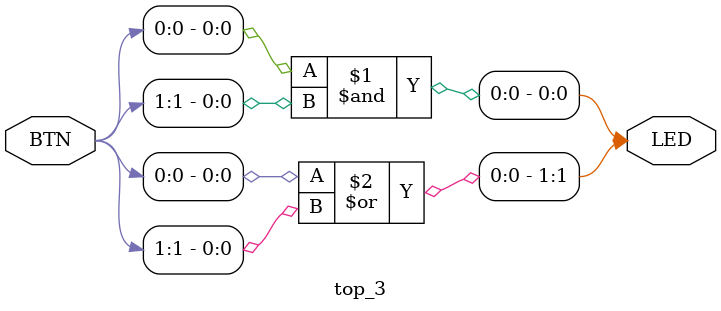
<source format=v>


module top
(
    output [9:0] led,
    input  [3:0] key
);

    wire a = ~ key [0];
    wire b = ~ key [1];
    wire c = ~ key [2];
    wire d = ~ key [3];

    // Basic gates AND, OR and ~

    assign led [0] = a & b;
    assign led [1] = a | b;
    assign led [2] = ~ a;
    
    // Multiple input gates

    assign led [3] = a & b & c;
    assign led [4] = a | b | c | d;
    
    // XOR gates (useful for adders, comparisons and control sum calculator)

    assign led [5] = a ^ b;

    // De Morgan law illustration

    assign led [6] = ~ ( a &   b ) ;
    assign led [7] = ~   a | ~ b   ;
    assign led [8] = ~ ( a |   b ) ;
    assign led [9] = ~   a & ~ b   ;
    
endmodule

//----------------------------------------------------------------------------
//
//  Вариант 2. Используем always-блок и блокирующие присваивания
//  (blocking assignments)
//
//----------------------------------------------------------------------------

module top_2
(
    output reg [1:0] LED,  // Два светодиода
    input      [1:0] BTN   // Две кнопки
);

    always @*
    begin
        LED [0] = BTN [0] & BTN [1];
        LED [1] = BTN [0] | BTN [1];
    end

endmodule

//----------------------------------------------------------------------------
//
//  Вариант 3. Используем экземляры примитивов and и or
//  (instances)
//
//----------------------------------------------------------------------------

module top_3
(
    output [1:0] LED,  // Два светодиода
    input  [1:0] BTN   // Две кнопки
);

    and and_i (LED [0], BTN [0], BTN [1]);
    or  or_i  (LED [1], BTN [0], BTN [1]);
    
endmodule

</source>
